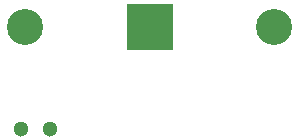
<source format=gbs>
G04 (created by PCBNEW (2013-07-07 BZR 4022)-stable) date 2/02/2014 9:55:01 p.m.*
%MOIN*%
G04 Gerber Fmt 3.4, Leading zero omitted, Abs format*
%FSLAX34Y34*%
G01*
G70*
G90*
G04 APERTURE LIST*
%ADD10C,0.00590551*%
%ADD11C,0.0511811*%
%ADD12R,0.155906X0.155906*%
%ADD13C,0.12*%
G04 APERTURE END LIST*
G54D10*
G54D11*
X56807Y-41600D03*
X57792Y-41600D03*
G54D12*
X61102Y-38188D03*
G54D13*
X65257Y-38188D03*
X56947Y-38188D03*
M02*

</source>
